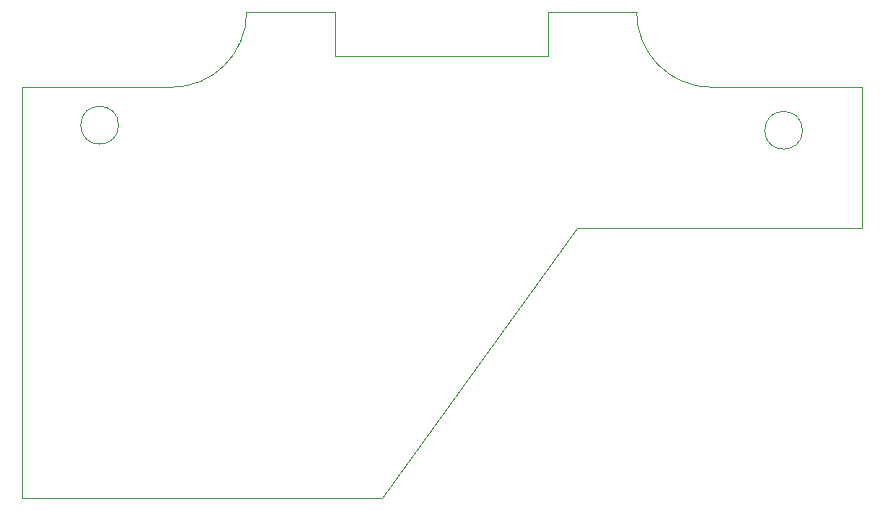
<source format=gko>
G04 #@! TF.FileFunction,Profile,NP*
%FSLAX46Y46*%
G04 Gerber Fmt 4.6, Leading zero omitted, Abs format (unit mm)*
G04 Created by KiCad (PCBNEW 4.0.0-rc1-stable) date 3.2.2017 11:52:13*
%MOMM*%
G01*
G04 APERTURE LIST*
%ADD10C,0.100000*%
G04 APERTURE END LIST*
D10*
X56100Y52400D02*
X56100Y34850400D01*
X56100Y34850400D02*
X12756100Y34850400D01*
X19106100Y41200400D02*
G75*
G02X12756100Y34850400I-6350000J0D01*
G01*
X19106100Y41200400D02*
X26616100Y41200400D01*
X26616100Y41200400D02*
X26616100Y37510400D01*
X26616100Y37510400D02*
X44616100Y37510400D01*
X44616100Y41200400D02*
X44616100Y37510400D01*
X44616100Y41200400D02*
X52126100Y41200400D01*
X58476100Y34850400D02*
G75*
G02X52126100Y41200400I0J6350000D01*
G01*
X71176100Y34850400D02*
X58476100Y34850400D01*
X71176100Y22912400D02*
X71176100Y34850400D01*
X71176100Y22912400D02*
X47054032Y22912400D01*
X47054032Y22912400D02*
X30536100Y52400D01*
X30536100Y52400D02*
X56100Y52400D01*
X8260100Y31638398D02*
G75*
G03X8260100Y31638398I-1600000J0D01*
G01*
X66172100Y31205400D02*
G75*
G03X66172100Y31205400I-1600000J0D01*
G01*
M02*

</source>
